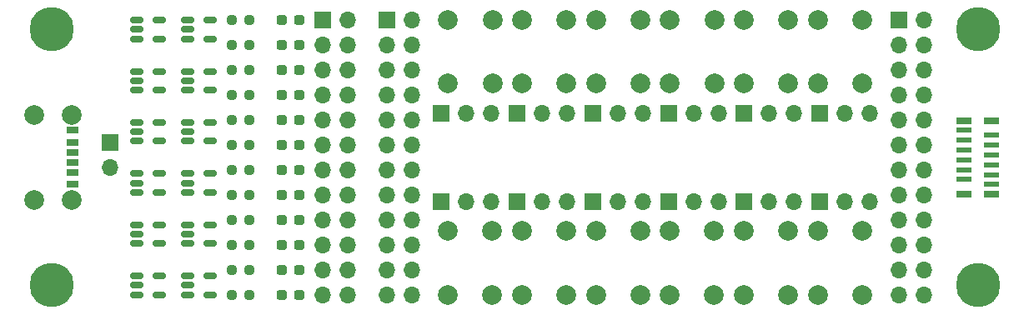
<source format=gbr>
%TF.GenerationSoftware,KiCad,Pcbnew,7.0.6*%
%TF.CreationDate,2023-08-04T15:36:24+02:00*%
%TF.ProjectId,Debug_BreakBoard,44656275-675f-4427-9265-616b426f6172,rev?*%
%TF.SameCoordinates,Original*%
%TF.FileFunction,Soldermask,Top*%
%TF.FilePolarity,Negative*%
%FSLAX46Y46*%
G04 Gerber Fmt 4.6, Leading zero omitted, Abs format (unit mm)*
G04 Created by KiCad (PCBNEW 7.0.6) date 2023-08-04 15:36:24*
%MOMM*%
%LPD*%
G01*
G04 APERTURE LIST*
G04 Aperture macros list*
%AMRoundRect*
0 Rectangle with rounded corners*
0 $1 Rounding radius*
0 $2 $3 $4 $5 $6 $7 $8 $9 X,Y pos of 4 corners*
0 Add a 4 corners polygon primitive as box body*
4,1,4,$2,$3,$4,$5,$6,$7,$8,$9,$2,$3,0*
0 Add four circle primitives for the rounded corners*
1,1,$1+$1,$2,$3*
1,1,$1+$1,$4,$5*
1,1,$1+$1,$6,$7*
1,1,$1+$1,$8,$9*
0 Add four rect primitives between the rounded corners*
20,1,$1+$1,$2,$3,$4,$5,0*
20,1,$1+$1,$4,$5,$6,$7,0*
20,1,$1+$1,$6,$7,$8,$9,0*
20,1,$1+$1,$8,$9,$2,$3,0*%
G04 Aperture macros list end*
%ADD10R,1.700000X1.700000*%
%ADD11O,1.700000X1.700000*%
%ADD12RoundRect,0.237500X-0.250000X-0.237500X0.250000X-0.237500X0.250000X0.237500X-0.250000X0.237500X0*%
%ADD13C,4.500000*%
%ADD14C,2.000000*%
%ADD15RoundRect,0.150000X-0.512500X-0.150000X0.512500X-0.150000X0.512500X0.150000X-0.512500X0.150000X0*%
%ADD16RoundRect,0.237500X0.287500X0.237500X-0.287500X0.237500X-0.287500X-0.237500X0.287500X-0.237500X0*%
%ADD17R,1.500000X0.600000*%
%ADD18R,1.500000X0.800000*%
%ADD19R,1.200000X0.700000*%
%ADD20R,1.200000X0.760000*%
%ADD21R,1.200000X0.800000*%
%ADD22C,2.010000*%
G04 APERTURE END LIST*
D10*
%TO.C,J16*%
X177975000Y-58500000D03*
D11*
X180515000Y-58500000D03*
X183055000Y-58500000D03*
%TD*%
D10*
%TO.C,J15*%
X170280000Y-58500000D03*
D11*
X172820000Y-58500000D03*
X175360000Y-58500000D03*
%TD*%
D10*
%TO.C,J14*%
X162585000Y-58500000D03*
D11*
X165125000Y-58500000D03*
X167665000Y-58500000D03*
%TD*%
D10*
%TO.C,J13*%
X154890000Y-58500000D03*
D11*
X157430000Y-58500000D03*
X159970000Y-58500000D03*
%TD*%
D10*
%TO.C,J12*%
X147195000Y-58500000D03*
D11*
X149735000Y-58500000D03*
X152275000Y-58500000D03*
%TD*%
%TO.C,J11*%
X144580000Y-58500000D03*
X142040000Y-58500000D03*
D10*
X139500000Y-58500000D03*
%TD*%
%TO.C,J10*%
X177975000Y-67500000D03*
D11*
X180515000Y-67500000D03*
X183055000Y-67500000D03*
%TD*%
D10*
%TO.C,J9*%
X170280000Y-67500000D03*
D11*
X172820000Y-67500000D03*
X175360000Y-67500000D03*
%TD*%
D10*
%TO.C,J8*%
X134000000Y-49000000D03*
D11*
X136540000Y-49000000D03*
X134000000Y-51540000D03*
X136540000Y-51540000D03*
X134000000Y-54080000D03*
X136540000Y-54080000D03*
X134000000Y-56620000D03*
X136540000Y-56620000D03*
X134000000Y-59160000D03*
X136540000Y-59160000D03*
X134000000Y-61700000D03*
X136540000Y-61700000D03*
X134000000Y-64240000D03*
X136540000Y-64240000D03*
X134000000Y-66780000D03*
X136540000Y-66780000D03*
X134000000Y-69320000D03*
X136540000Y-69320000D03*
X134000000Y-71860000D03*
X136540000Y-71860000D03*
X134000000Y-74400000D03*
X136540000Y-74400000D03*
X134000000Y-76940000D03*
X136540000Y-76940000D03*
%TD*%
D10*
%TO.C,J7*%
X162585000Y-67500000D03*
D11*
X165125000Y-67500000D03*
X167665000Y-67500000D03*
%TD*%
D10*
%TO.C,J6*%
X154890000Y-67500000D03*
D11*
X157430000Y-67500000D03*
X159970000Y-67500000D03*
%TD*%
D10*
%TO.C,J5*%
X147195000Y-67500000D03*
D11*
X149735000Y-67500000D03*
X152275000Y-67500000D03*
%TD*%
D10*
%TO.C,J4*%
X127470000Y-49000000D03*
D11*
X130010000Y-49000000D03*
X127470000Y-51540000D03*
X130010000Y-51540000D03*
X127470000Y-54080000D03*
X130010000Y-54080000D03*
X127470000Y-56620000D03*
X130010000Y-56620000D03*
X127470000Y-59160000D03*
X130010000Y-59160000D03*
X127470000Y-61700000D03*
X130010000Y-61700000D03*
X127470000Y-64240000D03*
X130010000Y-64240000D03*
X127470000Y-66780000D03*
X130010000Y-66780000D03*
X127470000Y-69320000D03*
X130010000Y-69320000D03*
X127470000Y-71860000D03*
X130010000Y-71860000D03*
X127470000Y-74400000D03*
X130010000Y-74400000D03*
X127470000Y-76940000D03*
X130010000Y-76940000D03*
%TD*%
%TO.C,J3*%
X144580000Y-67500000D03*
X142040000Y-67500000D03*
D10*
X139500000Y-67500000D03*
%TD*%
%TO.C,J2*%
X186000000Y-49000000D03*
D11*
X188540000Y-49000000D03*
X186000000Y-51540000D03*
X188540000Y-51540000D03*
X186000000Y-54080000D03*
X188540000Y-54080000D03*
X186000000Y-56620000D03*
X188540000Y-56620000D03*
X186000000Y-59160000D03*
X188540000Y-59160000D03*
X186000000Y-61700000D03*
X188540000Y-61700000D03*
X186000000Y-64240000D03*
X188540000Y-64240000D03*
X186000000Y-66780000D03*
X188540000Y-66780000D03*
X186000000Y-69320000D03*
X188540000Y-69320000D03*
X186000000Y-71860000D03*
X188540000Y-71860000D03*
X186000000Y-74400000D03*
X188540000Y-74400000D03*
X186000000Y-76940000D03*
X188540000Y-76940000D03*
%TD*%
D12*
%TO.C,R11*%
X118250455Y-74400000D03*
X120075455Y-74400000D03*
%TD*%
D13*
%TO.C,H2*%
X100000000Y-76000000D03*
%TD*%
D14*
%TO.C,SW8*%
X147726000Y-55500000D03*
X147726000Y-49000000D03*
X152226000Y-55500000D03*
X152226000Y-49000000D03*
%TD*%
D15*
%TO.C,U3*%
X113750000Y-59450000D03*
X113750000Y-60400000D03*
X113750000Y-61350000D03*
X116025000Y-61350000D03*
X116025000Y-59450000D03*
%TD*%
D16*
%TO.C,D10*%
X125083572Y-71860000D03*
X123333572Y-71860000D03*
%TD*%
D12*
%TO.C,R5*%
X118250455Y-59160000D03*
X120075455Y-59160000D03*
%TD*%
D13*
%TO.C,H1*%
X100000000Y-50000000D03*
%TD*%
D15*
%TO.C,U8*%
X108612500Y-54250000D03*
X108612500Y-55200000D03*
X108612500Y-56150000D03*
X110887500Y-56150000D03*
X110887500Y-54250000D03*
%TD*%
D16*
%TO.C,D5*%
X125083572Y-59160000D03*
X123333572Y-59160000D03*
%TD*%
D15*
%TO.C,U9*%
X108612500Y-59450000D03*
X108612500Y-60400000D03*
X108612500Y-61350000D03*
X110887500Y-61350000D03*
X110887500Y-59450000D03*
%TD*%
D12*
%TO.C,R2*%
X118250455Y-51540000D03*
X120075455Y-51540000D03*
%TD*%
%TO.C,R6*%
X118250455Y-61700000D03*
X120075455Y-61700000D03*
%TD*%
D14*
%TO.C,SW4*%
X162730000Y-77000000D03*
X162730000Y-70500000D03*
X167230000Y-77000000D03*
X167230000Y-70500000D03*
%TD*%
D16*
%TO.C,D9*%
X125083572Y-69320000D03*
X123333572Y-69320000D03*
%TD*%
D15*
%TO.C,U2*%
X113750000Y-54250000D03*
X113750000Y-55200000D03*
X113750000Y-56150000D03*
X116025000Y-56150000D03*
X116025000Y-54250000D03*
%TD*%
%TO.C,U1*%
X113750000Y-49050000D03*
X113750000Y-50000000D03*
X113750000Y-50950000D03*
X116025000Y-50950000D03*
X116025000Y-49050000D03*
%TD*%
D16*
%TO.C,D12*%
X125083572Y-76940000D03*
X123333572Y-76940000D03*
%TD*%
D15*
%TO.C,U6*%
X113750000Y-75050000D03*
X113750000Y-76000000D03*
X113750000Y-76950000D03*
X116025000Y-76950000D03*
X116025000Y-75050000D03*
%TD*%
D16*
%TO.C,D4*%
X125083572Y-56620000D03*
X123333572Y-56620000D03*
%TD*%
D12*
%TO.C,R10*%
X118250455Y-71860000D03*
X120075455Y-71860000D03*
%TD*%
D16*
%TO.C,D6*%
X125083572Y-61700000D03*
X123333572Y-61700000D03*
%TD*%
D15*
%TO.C,U4*%
X113750000Y-64650000D03*
X113750000Y-65600000D03*
X113750000Y-66550000D03*
X116025000Y-66550000D03*
X116025000Y-64650000D03*
%TD*%
D14*
%TO.C,SW5*%
X170240000Y-77000000D03*
X170240000Y-70500000D03*
X174740000Y-77000000D03*
X174740000Y-70500000D03*
%TD*%
%TO.C,SW7*%
X140220000Y-55500000D03*
X140220000Y-49000000D03*
X144720000Y-55500000D03*
X144720000Y-49000000D03*
%TD*%
D12*
%TO.C,R4*%
X118250455Y-56620000D03*
X120075455Y-56620000D03*
%TD*%
D16*
%TO.C,D3*%
X125083572Y-54080000D03*
X123333572Y-54080000D03*
%TD*%
D14*
%TO.C,SW6*%
X177750000Y-77000000D03*
X177750000Y-70500000D03*
X182250000Y-77000000D03*
X182250000Y-70500000D03*
%TD*%
D10*
%TO.C,J17*%
X105900000Y-61460000D03*
D11*
X105900000Y-64000000D03*
%TD*%
D16*
%TO.C,D2*%
X125083572Y-51540000D03*
X123333572Y-51540000D03*
%TD*%
D15*
%TO.C,U10*%
X108612500Y-64650000D03*
X108612500Y-65600000D03*
X108612500Y-66550000D03*
X110887500Y-66550000D03*
X110887500Y-64650000D03*
%TD*%
D14*
%TO.C,SW3*%
X155220000Y-77000000D03*
X155220000Y-70500000D03*
X159720000Y-77000000D03*
X159720000Y-70500000D03*
%TD*%
D16*
%TO.C,D1*%
X125083572Y-49000000D03*
X123333572Y-49000000D03*
%TD*%
D14*
%TO.C,SW10*%
X162738000Y-55500000D03*
X162738000Y-49000000D03*
X167238000Y-55500000D03*
X167238000Y-49000000D03*
%TD*%
D13*
%TO.C,H4*%
X194000000Y-76000000D03*
%TD*%
D16*
%TO.C,D8*%
X125083572Y-66780000D03*
X123333572Y-66780000D03*
%TD*%
D15*
%TO.C,U12*%
X108612500Y-75050000D03*
X108612500Y-76000000D03*
X108612500Y-76950000D03*
X110887500Y-76950000D03*
X110887500Y-75050000D03*
%TD*%
D14*
%TO.C,SW12*%
X177750000Y-55500000D03*
X177750000Y-49000000D03*
X182250000Y-55500000D03*
X182250000Y-49000000D03*
%TD*%
D13*
%TO.C,H3*%
X194000000Y-50000000D03*
%TD*%
D15*
%TO.C,U11*%
X108612500Y-69850000D03*
X108612500Y-70800000D03*
X108612500Y-71750000D03*
X110887500Y-71750000D03*
X110887500Y-69850000D03*
%TD*%
D16*
%TO.C,D7*%
X125083572Y-64240000D03*
X123333572Y-64240000D03*
%TD*%
D12*
%TO.C,R7*%
X118250455Y-64240000D03*
X120075455Y-64240000D03*
%TD*%
%TO.C,R9*%
X118250455Y-69320000D03*
X120075455Y-69320000D03*
%TD*%
D17*
%TO.C,J1*%
X192600000Y-60250000D03*
X195400000Y-60750000D03*
X192600000Y-61250000D03*
X195400000Y-61750000D03*
X192600000Y-62250000D03*
X195400000Y-62750000D03*
X192600000Y-63250000D03*
X195400000Y-63750000D03*
X192600000Y-64250000D03*
X195400000Y-64750000D03*
X192600000Y-65250000D03*
X195400000Y-65750000D03*
D18*
X195400000Y-59250000D03*
X192600000Y-59250000D03*
X195400000Y-66750000D03*
X192600000Y-66750000D03*
%TD*%
D14*
%TO.C,SW1*%
X140200000Y-77000000D03*
X140200000Y-70500000D03*
X144700000Y-77000000D03*
X144700000Y-70500000D03*
%TD*%
D12*
%TO.C,R1*%
X118250455Y-49000000D03*
X120075455Y-49000000D03*
%TD*%
D16*
%TO.C,D11*%
X125083572Y-74400000D03*
X123333572Y-74400000D03*
%TD*%
D12*
%TO.C,R12*%
X118250455Y-76940000D03*
X120075455Y-76940000D03*
%TD*%
D15*
%TO.C,U7*%
X108612500Y-49050000D03*
X108612500Y-50000000D03*
X108612500Y-50950000D03*
X110887500Y-50950000D03*
X110887500Y-49050000D03*
%TD*%
D14*
%TO.C,SW2*%
X147710000Y-77000000D03*
X147710000Y-70500000D03*
X152210000Y-77000000D03*
X152210000Y-70500000D03*
%TD*%
D12*
%TO.C,R8*%
X118250455Y-66780000D03*
X120075455Y-66780000D03*
%TD*%
%TO.C,R3*%
X118250455Y-54080000D03*
X120075455Y-54080000D03*
%TD*%
D15*
%TO.C,U5*%
X113750000Y-69850000D03*
X113750000Y-70800000D03*
X113750000Y-71750000D03*
X116025000Y-71750000D03*
X116025000Y-69850000D03*
%TD*%
D19*
%TO.C,P1*%
X102080000Y-62500000D03*
D20*
X102080000Y-64520000D03*
D21*
X102080000Y-65750000D03*
D19*
X102080000Y-63500000D03*
D20*
X102080000Y-61480000D03*
D21*
X102080000Y-60250000D03*
D22*
X102000000Y-58680000D03*
X98200000Y-58680000D03*
X102000000Y-67320000D03*
X98200000Y-67320000D03*
%TD*%
D14*
%TO.C,SW11*%
X170244000Y-55500000D03*
X170244000Y-49000000D03*
X174744000Y-55500000D03*
X174744000Y-49000000D03*
%TD*%
%TO.C,SW9*%
X155232000Y-55500000D03*
X155232000Y-49000000D03*
X159732000Y-55500000D03*
X159732000Y-49000000D03*
%TD*%
M02*

</source>
